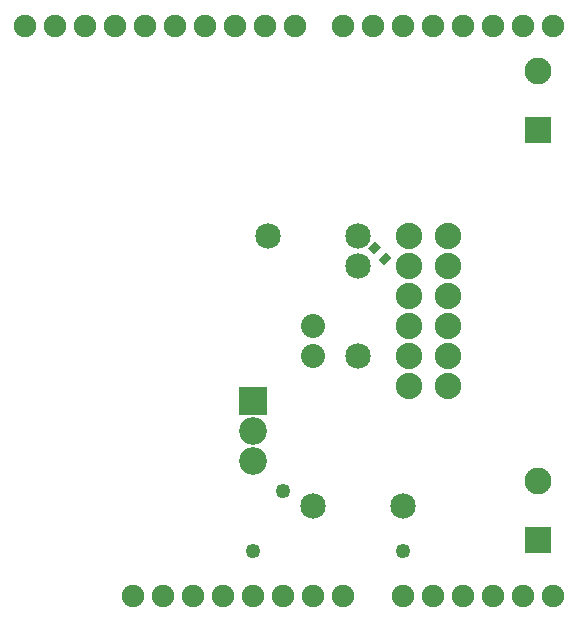
<source format=gts>
G04 MADE WITH FRITZING*
G04 WWW.FRITZING.ORG*
G04 DOUBLE SIDED*
G04 HOLES PLATED*
G04 CONTOUR ON CENTER OF CONTOUR VECTOR*
%ASAXBY*%
%FSLAX23Y23*%
%MOIN*%
%OFA0B0*%
%SFA1.0B1.0*%
%ADD10C,0.088000*%
%ADD11C,0.049370*%
%ADD12C,0.089370*%
%ADD13C,0.075278*%
%ADD14C,0.092000*%
%ADD15C,0.085000*%
%ADD16C,0.080000*%
%ADD17R,0.089370X0.089370*%
%ADD18R,0.092000X0.092000*%
%ADD19C,0.010000*%
%LNMASK1*%
G90*
G70*
G54D10*
X1419Y1302D03*
X1419Y1202D03*
X1419Y1102D03*
X1419Y1002D03*
X1419Y902D03*
X1419Y802D03*
X1549Y1302D03*
X1549Y1202D03*
X1549Y1102D03*
X1549Y1002D03*
X1549Y902D03*
X1549Y802D03*
G54D11*
X899Y252D03*
X1399Y252D03*
X1000Y453D03*
G54D12*
X1849Y287D03*
X1849Y484D03*
X1849Y1655D03*
X1849Y1852D03*
G54D13*
X1499Y102D03*
X1599Y102D03*
X1699Y102D03*
X1799Y102D03*
X1899Y102D03*
X1039Y2002D03*
X939Y2002D03*
X839Y2002D03*
X739Y2002D03*
X639Y2002D03*
X539Y2002D03*
X439Y2002D03*
X339Y2002D03*
X239Y2002D03*
X139Y2002D03*
X1899Y2002D03*
X1799Y2002D03*
X1699Y2002D03*
X1599Y2002D03*
X1499Y2002D03*
X1399Y2002D03*
X1299Y2002D03*
X1199Y2002D03*
X599Y102D03*
X499Y102D03*
X699Y102D03*
X799Y102D03*
X899Y102D03*
X999Y102D03*
X1099Y102D03*
X1199Y102D03*
X1399Y102D03*
G54D14*
X899Y752D03*
X899Y652D03*
X899Y552D03*
G54D15*
X1099Y402D03*
X1399Y402D03*
X1249Y902D03*
X1249Y1202D03*
X1249Y1302D03*
X949Y1302D03*
G54D16*
X1099Y1002D03*
X1099Y902D03*
G54D17*
X1849Y287D03*
X1849Y1655D03*
G54D18*
X899Y752D03*
G54D19*
G36*
X1318Y1223D02*
X1343Y1248D01*
X1362Y1229D01*
X1337Y1204D01*
X1318Y1223D01*
G37*
D02*
G36*
X1282Y1260D02*
X1307Y1285D01*
X1326Y1265D01*
X1301Y1240D01*
X1282Y1260D01*
G37*
D02*
G04 End of Mask1*
M02*
</source>
